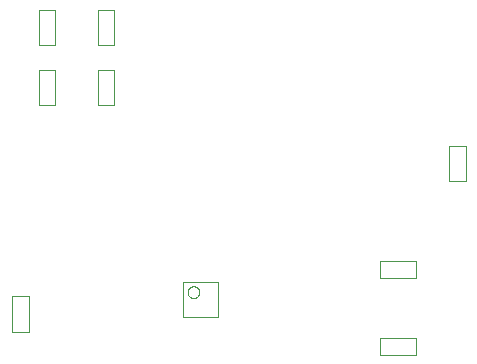
<source format=gbr>
%FSTAX25Y25*%
%MOMM*%
%SFA1B1*%

%IPPOS*%
%ADD40C,0.100000*%
%LNdevboard_mechanical_13-1*%
%LPD*%
G54D40*
X2766697Y2009998D02*
D01*
X2766578Y2013485*
X2766212Y2016958*
X2765605Y2020394*
X2764762Y202378*
X2763682Y20271*
X2762377Y2030336*
X2760845Y2033473*
X27591Y2036495*
X2757149Y2039388*
X2755Y2042137*
X2752666Y204473*
X2750154Y2047156*
X2747482Y2049399*
X2744657Y2051451*
X2741698Y20533*
X2738617Y2054938*
X273543Y2056358*
X2732148Y2057552*
X2728795Y2058512*
X2725381Y2059238*
X2721924Y2059724*
X2718442Y2059967*
X2714952*
X2711472Y2059724*
X2708015Y2059238*
X2704602Y2058512*
X2701246Y2057552*
X2697967Y2056358*
X2694779Y2054938*
X2691698Y20533*
X2688739Y2051451*
X2685915Y2049399*
X2683243Y2047156*
X2680731Y204473*
X2678396Y2042137*
X2676248Y2039388*
X2674297Y2036495*
X2672552Y2033473*
X267102Y2030336*
X2669715Y20271*
X2668635Y202378*
X2667792Y2020394*
X2667185Y2016958*
X2666819Y2013485*
X2666697Y2009998*
X2666819Y2006511*
X2667185Y2003038*
X2667792Y1999602*
X2668635Y1996216*
X2669715Y1992896*
X267102Y198966*
X2672552Y1986526*
X2674297Y1983503*
X2676248Y198061*
X2678396Y1977859*
X2680731Y1975266*
X2683243Y197284*
X2685915Y1970598*
X2688739Y1968545*
X2691698Y1966696*
X2694779Y1965058*
X2697967Y1963638*
X2701246Y1962444*
X2704602Y1961484*
X2708015Y1960758*
X2711472Y1960272*
X2714952Y1960029*
X2718442*
X2721924Y1960272*
X2725381Y1960758*
X2728795Y1961484*
X2732148Y1962444*
X273543Y1963638*
X2738617Y1965058*
X2741698Y1966696*
X2744657Y1968545*
X2747482Y1970598*
X2750154Y197284*
X2752666Y1975266*
X2755Y1977859*
X2757149Y198061*
X27591Y1983503*
X2760845Y1986526*
X2762377Y198966*
X2763682Y1992896*
X2764762Y1996216*
X2765605Y1999602*
X2766212Y2003038*
X2766578Y2006511*
X2766697Y2009998*
X4299999Y2129998D02*
X4599998D01*
X4299999Y2269998D02*
X4599998D01*
X4299999Y2129998D02*
Y2269998D01*
X4599998Y2129998D02*
Y2269998D01*
X4299999Y1479999D02*
X4599998D01*
X4299999Y1619999D02*
X4599998D01*
X4299999Y1479999D02*
Y1619999D01*
X4599998Y1479999D02*
Y1619999D01*
X1547004Y4098998D02*
Y4398998D01*
X1407002Y4098998D02*
Y4398998D01*
Y4098998D02*
X1547004D01*
X1407002Y4398998D02*
X1547004D01*
X2047003Y4102999D02*
Y4402998D01*
X1907001Y4102999D02*
Y4402998D01*
Y4102999D02*
X2047003D01*
X1907001Y4402998D02*
X2047003D01*
X4879997Y2949999D02*
Y3249998D01*
X5019997Y2949999D02*
Y3249998D01*
X4879997D02*
X5019997D01*
X4879997Y2949999D02*
X5019997D01*
X1547004Y3594999D02*
Y3894998D01*
X1407002Y3594999D02*
Y3894998D01*
Y3594999D02*
X1547004D01*
X1407002Y3894998D02*
X1547004D01*
X2047003Y3594999D02*
Y3894998D01*
X1907001Y3594999D02*
Y3894998D01*
Y3594999D02*
X2047003D01*
X1907001Y3894998D02*
X2047003D01*
X1179997Y1675297D02*
Y1975299D01*
X1319999Y1675297D02*
Y1975299D01*
X1179997D02*
X1319999D01*
X1179997Y1675297D02*
X1319999D01*
X2626697Y1799998D02*
X2926699D01*
X2626697Y2099998D02*
X2926699D01*
Y1799998D02*
Y2099998D01*
X2626697Y1799998D02*
Y2099998D01*
M02*
</source>
